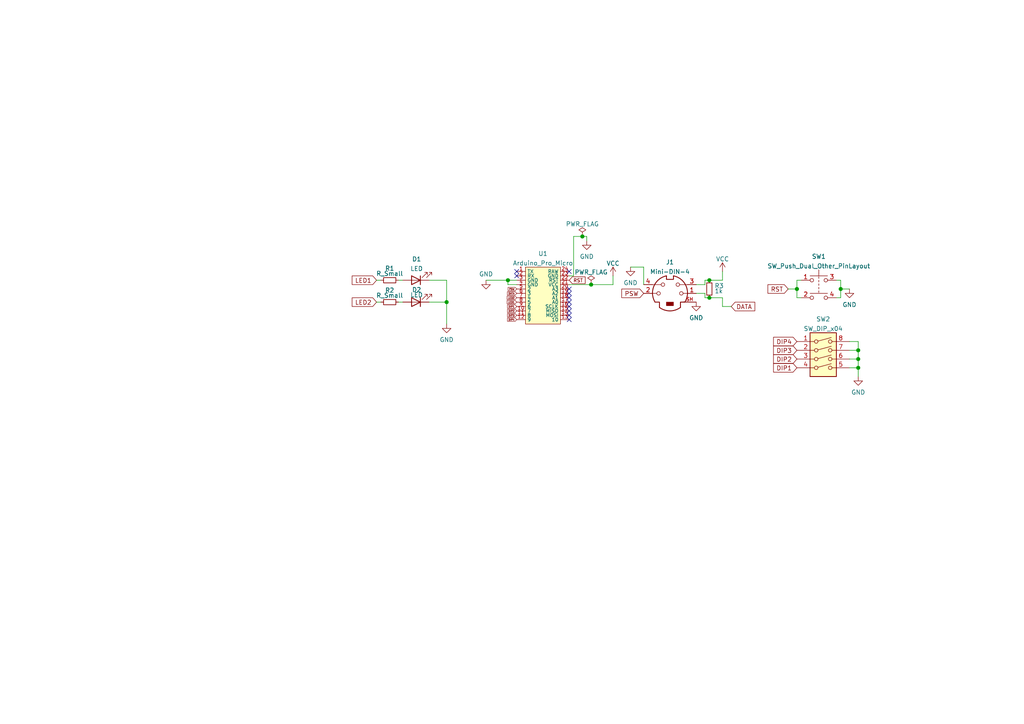
<source format=kicad_sch>
(kicad_sch (version 20210621) (generator eeschema)
  (paper "A4")
  (lib_symbols
    (symbol "Device:LED" (pin_numbers hide) (pin_names (offset 1.016) hide)
      (property "Reference" "D" (at 0 2.54 0))
      (property "Value" "LED" (at 0 -2.54 0))
      (symbol "LED_0_1"
        (polyline (pts (xy -1.27 -1.27) (xy -1.27 1.27)) (stroke (width 0.254)))
        (polyline (pts (xy -1.27 0) (xy 1.27 0)))
        (polyline (pts (xy 1.27 -1.27) (xy 1.27 1.27) (xy -1.27 0) (xy 1.27 -1.27)) (stroke (width 0.254)))
        (polyline (pts (xy -3.048 -0.762) (xy -4.572 -2.286) (xy -3.81 -2.286) (xy -4.572 -2.286) (xy -4.572 -1.524)))
        (polyline (pts (xy -1.778 -0.762) (xy -3.302 -2.286) (xy -2.54 -2.286) (xy -3.302 -2.286) (xy -3.302 -1.524)))
      )
      (symbol "LED_1_1"
        (pin passive line (at -3.81 0 0) (length 2.54) (name "K") (number "1"))
        (pin passive line (at 3.81 0 180) (length 2.54) (name "A") (number "2"))
      )
    )
    (symbol "Device:R_Small" (pin_numbers hide) (pin_names (offset 0.254) hide)
      (property "Reference" "R" (at 0.762 0.508 0))
      (property "Value" "R_Small" (at 0.762 -1.016 0))
      (symbol "R_Small_0_1"
        (rectangle (start -0.762 1.778) (end 0.762 -1.778) (stroke (width 0.2032)))
      )
      (symbol "R_Small_1_1"
        (pin passive line (at 0 2.54 270) (length 0.762) (name "~") (number "1"))
        (pin passive line (at 0 -2.54 90) (length 0.762) (name "~") (number "2"))
      )
    )
    (symbol "Switch:SW_DIP_x04" (pin_names (offset 0) hide)
      (property "Reference" "SW" (at 0 8.89 0))
      (property "Value" "SW_DIP_x04" (at 0 -6.35 0))
      (symbol "SW_DIP_x04_0_0"
        (circle (center -2.032 -2.54) (radius 0.508))
        (circle (center -2.032 0) (radius 0.508))
        (circle (center -2.032 2.54) (radius 0.508))
        (circle (center -2.032 5.08) (radius 0.508))
        (circle (center 2.032 -2.54) (radius 0.508))
        (circle (center 2.032 0) (radius 0.508))
        (circle (center 2.032 2.54) (radius 0.508))
        (circle (center 2.032 5.08) (radius 0.508))
        (polyline (pts (xy -1.524 -2.3876) (xy 2.3622 -1.3462)))
        (polyline (pts (xy -1.524 0.127) (xy 2.3622 1.1684)))
        (polyline (pts (xy -1.524 2.667) (xy 2.3622 3.7084)))
        (polyline (pts (xy -1.524 5.207) (xy 2.3622 6.2484)))
      )
      (symbol "SW_DIP_x04_0_1"
        (rectangle (start -3.81 7.62) (end 3.81 -5.08) (stroke (width 0.254)) (fill (type background)))
      )
      (symbol "SW_DIP_x04_1_1"
        (pin passive line (at -7.62 5.08 0) (length 5.08) (name "~") (number "1"))
        (pin passive line (at -7.62 2.54 0) (length 5.08) (name "~") (number "2"))
        (pin passive line (at -7.62 0 0) (length 5.08) (name "~") (number "3"))
        (pin passive line (at -7.62 -2.54 0) (length 5.08) (name "~") (number "4"))
        (pin passive line (at 7.62 -2.54 180) (length 5.08) (name "~") (number "5"))
        (pin passive line (at 7.62 0 180) (length 5.08) (name "~") (number "6"))
        (pin passive line (at 7.62 2.54 180) (length 5.08) (name "~") (number "7"))
        (pin passive line (at 7.62 5.08 180) (length 5.08) (name "~") (number "8"))
      )
    )
    (symbol "cnorthway:Arduino_Pro_Micro"
      (property "Reference" "U" (at 0 5.08 0))
      (property "Value" "Arduino_Pro_Micro" (at 0 2.54 0))
      (symbol "Arduino_Pro_Micro_0_0"
        (text "" (at 8.89 -5.08 0) (effects (font (size 1.27 1.27))))
      )
      (symbol "Arduino_Pro_Micro_0_1"
        (rectangle (start -5.08 0) (end 5.08 -16.51) (stroke (width 0.1524)) (fill (type background)))
        (pin bidirectional line (at 7.62 -15.24 180) (length 2.54) (name "10") (number "13"))
      )
      (symbol "Arduino_Pro_Micro_1_1"
        (pin bidirectional line (at -7.62 -1.27 0) (length 2.54) (name "TX") (number "1"))
        (pin bidirectional line (at -7.62 -12.7 0) (length 2.54) (name "7") (number "10"))
        (pin bidirectional line (at -7.62 -13.97 0) (length 2.54) (name "8") (number "11"))
        (pin bidirectional line (at -7.62 -15.24 0) (length 2.54) (name "9") (number "12"))
        (pin bidirectional line (at 7.62 -13.97 180) (length 2.54) (name "MOSI") (number "14"))
        (pin bidirectional line (at 7.62 -12.7 180) (length 2.54) (name "MISO") (number "15"))
        (pin bidirectional line (at 7.62 -11.43 180) (length 2.54) (name "SCLK") (number "16"))
        (pin bidirectional line (at 7.62 -10.16 180) (length 2.54) (name "A0") (number "17"))
        (pin bidirectional line (at 7.62 -8.89 180) (length 2.54) (name "A1") (number "18"))
        (pin bidirectional line (at 7.62 -7.62 180) (length 2.54) (name "A2") (number "19"))
        (pin bidirectional line (at -7.62 -2.54 0) (length 2.54) (name "RX") (number "2"))
        (pin bidirectional line (at 7.62 -6.35 180) (length 2.54) (name "A3") (number "20"))
        (pin power_in line (at 7.62 -5.08 180) (length 2.54) (name "VCC") (number "21"))
        (pin input line (at 7.62 -3.81 180) (length 2.54) (name "RST") (number "22"))
        (pin power_in line (at 7.62 -2.54 180) (length 2.54) (name "GND") (number "23"))
        (pin power_in line (at 7.62 -1.27 180) (length 2.54) (name "RAW") (number "24"))
        (pin power_in line (at -7.62 -3.81 0) (length 2.54) (name "GND") (number "3"))
        (pin power_in line (at -7.62 -5.08 0) (length 2.54) (name "GND") (number "4"))
        (pin bidirectional line (at -7.62 -6.35 0) (length 2.54) (name "2") (number "5"))
        (pin bidirectional line (at -7.62 -7.62 0) (length 2.54) (name "3") (number "6"))
        (pin bidirectional line (at -7.62 -8.89 0) (length 2.54) (name "4") (number "7"))
        (pin bidirectional line (at -7.62 -10.16 0) (length 2.54) (name "5") (number "8"))
        (pin bidirectional line (at -7.62 -11.43 0) (length 2.54) (name "6") (number "9"))
      )
    )
    (symbol "cnorthway:Mini-DIN-4_Shielded" (pin_names (offset 1.016))
      (property "Reference" "J" (at 0 6.35 0))
      (property "Value" "Mini-DIN-4_Shielded" (at 0 -6.35 0))
      (symbol "Mini-DIN-4_Shielded_0_1"
        (arc (start -3.048 -4.064) (end 3.048 -4.064) (radius (at 0 0) (length 5.08) (angles -126.9 -53.1)) (stroke (width 0.254)))
        (arc (start -1.016 5.08) (end -4.318 -2.54) (radius (at 0.0508 0.1016) (length 5.08) (angles 102.1 -148.8)) (stroke (width 0.254)))
        (arc (start 4.318 -2.54) (end 1.016 5.08) (radius (at 0.0508 0.127) (length 5.0292) (angles -32 79)) (stroke (width 0.254)))
        (circle (center -3.302 0) (radius 0.508))
        (circle (center -2.032 2.54) (radius 0.508))
        (circle (center 2.286 2.54) (radius 0.508))
        (circle (center 3.302 0) (radius 0.508))
        (rectangle (start -1.016 -2.54) (end 1.016 -3.556) (fill (type outline)))
        (polyline (pts (xy -3.81 0) (xy -5.08 0)))
        (polyline (pts (xy -2.54 2.54) (xy -5.08 2.54)))
        (polyline (pts (xy 2.794 2.54) (xy 5.08 2.54)))
        (polyline (pts (xy 5.08 0) (xy 3.81 0)))
        (polyline (pts (xy -4.318 -2.54) (xy -3.048 -2.54) (xy -3.048 -4.064)) (stroke (width 0.254)))
        (polyline (pts (xy 4.318 -2.54) (xy 3.048 -2.54) (xy 3.048 -4.064)) (stroke (width 0.254)))
        (polyline (pts (xy -1.016 5.08) (xy -1.016 4.064) (xy 1.016 4.064) (xy 1.016 5.08)) (stroke (width 0.254)))
        (pin passive line (at 7.62 -2.54 180) (length 3.81) (name "") (number "SH"))
      )
      (symbol "Mini-DIN-4_Shielded_1_1"
        (pin passive line (at 7.62 0 180) (length 2.54) (name "~") (number "1"))
        (pin passive line (at -7.62 0 0) (length 2.54) (name "~") (number "2"))
        (pin passive line (at 7.62 2.54 180) (length 2.54) (name "~") (number "3"))
        (pin passive line (at -7.62 2.54 0) (length 2.54) (name "~") (number "4"))
      )
    )
    (symbol "cnorthway:SW_Push_Dual_Other_PinLayout" (pin_names (offset 1.016) hide)
      (property "Reference" "SW" (at 1.27 2.54 0))
      (property "Value" "SW_Push_Dual_Other_PinLayout" (at 0 -6.858 0))
      (symbol "SW_Push_Dual_Other_PinLayout_0_1"
        (circle (center -2.032 -5.08) (radius 0.508))
        (circle (center -2.032 0) (radius 0.508))
        (circle (center 2.032 -5.08) (radius 0.508))
        (circle (center 2.032 0) (radius 0.508))
        (polyline (pts (xy 0 -3.048) (xy 0 -3.556)))
        (polyline (pts (xy 0 -2.032) (xy 0 -2.54)))
        (polyline (pts (xy 0 -1.524) (xy 0 -1.016)))
        (polyline (pts (xy 0 -0.508) (xy 0 0)))
        (polyline (pts (xy 0 0.508) (xy 0 1.016)))
        (polyline (pts (xy 0 1.27) (xy 0 3.048)))
        (polyline (pts (xy 2.54 -3.81) (xy -2.54 -3.81)))
        (polyline (pts (xy 2.54 1.27) (xy -2.54 1.27)))
        (pin passive line (at -5.08 0 0) (length 2.54) (name "1") (number "1"))
        (pin passive line (at -5.08 -5.08 0) (length 2.54) (name "2") (number "2"))
        (pin passive line (at 5.08 0 180) (length 2.54) (name "3") (number "3"))
        (pin passive line (at 5.08 -5.08 180) (length 2.54) (name "4") (number "4"))
      )
    )
    (symbol "power:GND" (power) (pin_names (offset 0))
      (property "Value" "GND" (at 0 -3.81 0))
      (symbol "GND_0_1"
        (polyline (pts (xy 0 0) (xy 0 -1.27) (xy 1.27 -1.27) (xy 0 -2.54) (xy -1.27 -1.27) (xy 0 -1.27)))
      )
      (symbol "GND_1_1"
        (pin power_in line (at 0 0 270) (length 0) hide (name "GND") (number "1"))
      )
    )
    (symbol "power:PWR_FLAG" (power) (pin_numbers hide) (pin_names (offset 0) hide)
      (property "Value" "PWR_FLAG" (at 0 3.81 0))
      (symbol "PWR_FLAG_0_0"
        (pin power_out line (at 0 0 90) (length 0) (name "pwr") (number "1"))
      )
      (symbol "PWR_FLAG_0_1"
        (polyline (pts (xy 0 0) (xy 0 1.27) (xy -1.016 1.905) (xy 0 2.54) (xy 1.016 1.905) (xy 0 1.27)))
      )
    )
    (symbol "power:VCC" (power) (pin_names (offset 0))
      (property "Value" "VCC" (at 0 3.81 0))
      (symbol "VCC_0_1"
        (polyline (pts (xy -0.762 1.27) (xy 0 2.54)))
        (polyline (pts (xy 0 0) (xy 0 2.54)))
        (polyline (pts (xy 0 2.54) (xy 0.762 1.27)))
      )
      (symbol "VCC_1_1"
        (pin power_in line (at 0 0 90) (length 0) hide (name "VCC") (number "1"))
      )
    )
  )
  (junction (at 129.54 87.63) (diameter 1.016))
  (junction (at 147.32 81.28) (diameter 1.016))
  (junction (at 168.91 68.58) (diameter 1.016))
  (junction (at 171.45 82.55) (diameter 1.016))
  (junction (at 205.74 81.28) (diameter 1.016))
  (junction (at 205.74 86.36) (diameter 1.016))
  (junction (at 231.14 83.82) (diameter 1.016))
  (junction (at 243.84 83.82) (diameter 1.016))
  (junction (at 248.92 101.6) (diameter 1.016))
  (junction (at 248.92 104.14) (diameter 1.016))
  (junction (at 248.92 106.68) (diameter 1.016))
  (no_connect (at 149.86 78.74))
  (no_connect (at 149.86 80.01))
  (no_connect (at 165.1 78.74))
  (no_connect (at 165.1 83.82))
  (no_connect (at 165.1 85.09))
  (no_connect (at 165.1 86.36))
  (no_connect (at 165.1 87.63))
  (no_connect (at 165.1 88.9))
  (no_connect (at 165.1 90.17))
  (no_connect (at 165.1 91.44))
  (no_connect (at 165.1 92.71))
  (wire (pts (xy 109.22 81.28) (xy 110.49 81.28)))
  (wire (pts (xy 109.22 87.63) (xy 110.49 87.63)))
  (wire (pts (xy 115.57 81.28) (xy 116.84 81.28)))
  (wire (pts (xy 115.57 87.63) (xy 116.84 87.63)))
  (wire (pts (xy 124.46 81.28) (xy 129.54 81.28)))
  (wire (pts (xy 124.46 87.63) (xy 129.54 87.63)))
  (wire (pts (xy 129.54 81.28) (xy 129.54 87.63)))
  (wire (pts (xy 129.54 87.63) (xy 129.54 93.98)))
  (wire (pts (xy 140.97 81.28) (xy 147.32 81.28)))
  (wire (pts (xy 147.32 81.28) (xy 149.86 81.28)))
  (wire (pts (xy 147.32 82.55) (xy 147.32 81.28)))
  (wire (pts (xy 149.86 82.55) (xy 147.32 82.55)))
  (wire (pts (xy 165.1 80.01) (xy 166.37 80.01)))
  (wire (pts (xy 165.1 82.55) (xy 171.45 82.55)))
  (wire (pts (xy 166.37 68.58) (xy 168.91 68.58)))
  (wire (pts (xy 166.37 80.01) (xy 166.37 68.58)))
  (wire (pts (xy 168.91 68.58) (xy 170.18 68.58)))
  (wire (pts (xy 170.18 68.58) (xy 170.18 69.85)))
  (wire (pts (xy 171.45 82.55) (xy 177.8 82.55)))
  (wire (pts (xy 177.8 82.55) (xy 177.8 80.01)))
  (wire (pts (xy 186.69 77.47) (xy 182.88 77.47)))
  (wire (pts (xy 186.69 82.55) (xy 186.69 77.47)))
  (wire (pts (xy 201.93 85.09) (xy 204.47 85.09)))
  (wire (pts (xy 204.47 81.28) (xy 204.47 82.55)))
  (wire (pts (xy 204.47 81.28) (xy 205.74 81.28)))
  (wire (pts (xy 204.47 82.55) (xy 201.93 82.55)))
  (wire (pts (xy 204.47 85.09) (xy 204.47 86.36)))
  (wire (pts (xy 204.47 86.36) (xy 205.74 86.36)))
  (wire (pts (xy 205.74 81.28) (xy 209.55 81.28)))
  (wire (pts (xy 205.74 86.36) (xy 209.55 86.36)))
  (wire (pts (xy 209.55 78.74) (xy 209.55 81.28)))
  (wire (pts (xy 209.55 88.9) (xy 209.55 86.36)))
  (wire (pts (xy 212.09 88.9) (xy 209.55 88.9)))
  (wire (pts (xy 228.6 83.82) (xy 231.14 83.82)))
  (wire (pts (xy 231.14 81.28) (xy 231.14 83.82)))
  (wire (pts (xy 231.14 81.28) (xy 232.41 81.28)))
  (wire (pts (xy 231.14 83.82) (xy 231.14 86.36)))
  (wire (pts (xy 231.14 86.36) (xy 232.41 86.36)))
  (wire (pts (xy 242.57 81.28) (xy 243.84 81.28)))
  (wire (pts (xy 242.57 86.36) (xy 243.84 86.36)))
  (wire (pts (xy 243.84 81.28) (xy 243.84 83.82)))
  (wire (pts (xy 243.84 83.82) (xy 243.84 86.36)))
  (wire (pts (xy 243.84 83.82) (xy 246.38 83.82)))
  (wire (pts (xy 246.38 99.06) (xy 248.92 99.06)))
  (wire (pts (xy 246.38 101.6) (xy 248.92 101.6)))
  (wire (pts (xy 246.38 104.14) (xy 248.92 104.14)))
  (wire (pts (xy 246.38 106.68) (xy 248.92 106.68)))
  (wire (pts (xy 248.92 99.06) (xy 248.92 101.6)))
  (wire (pts (xy 248.92 101.6) (xy 248.92 104.14)))
  (wire (pts (xy 248.92 104.14) (xy 248.92 106.68)))
  (wire (pts (xy 248.92 106.68) (xy 248.92 109.22)))
  (global_label "LED1" (shape input) (at 109.22 81.28 180) (property "Intersheet References" "${INTERSHEET_REFS}" (effects hide)))
  (global_label "LED2" (shape input) (at 109.22 87.63 180) (property "Intersheet References" "${INTERSHEET_REFS}" (effects hide)))
  (global_label "PSW" (shape input) (at 149.86 83.82 180) (effects (font (size 0.5 0.5))) (property "Intersheet References" "${INTERSHEET_REFS}" (effects hide)))
  (global_label "DATA" (shape input) (at 149.86 85.09 180) (effects (font (size 0.5 0.5))) (property "Intersheet References" "${INTERSHEET_REFS}" (effects hide)))
  (global_label "LED2" (shape input) (at 149.86 86.36 180) (effects (font (size 0.5 0.5))) (property "Intersheet References" "${INTERSHEET_REFS}" (effects hide)))
  (global_label "LED1" (shape input) (at 149.86 87.63 180) (effects (font (size 0.5 0.5))) (property "Intersheet References" "${INTERSHEET_REFS}" (effects hide)))
  (global_label "DIP1" (shape input) (at 149.86 88.9 180) (effects (font (size 0.5 0.5))) (property "Intersheet References" "${INTERSHEET_REFS}" (effects hide)))
  (global_label "DIP2" (shape input) (at 149.86 90.17 180) (effects (font (size 0.5 0.5))) (property "Intersheet References" "${INTERSHEET_REFS}" (effects hide)))
  (global_label "DIP3" (shape input) (at 149.86 91.44 180) (effects (font (size 0.5 0.5))) (property "Intersheet References" "${INTERSHEET_REFS}" (effects hide)))
  (global_label "DIP4" (shape input) (at 149.86 92.71 180) (effects (font (size 0.5 0.5))) (property "Intersheet References" "${INTERSHEET_REFS}" (effects hide)))
  (global_label "RST" (shape input) (at 165.1 81.28 0) (effects (font (size 1 1))) (property "Intersheet References" "${INTERSHEET_REFS}" (effects hide)))
  (global_label "PSW" (shape input) (at 186.69 85.09 180) (property "Intersheet References" "${INTERSHEET_REFS}" (effects hide)))
  (global_label "DATA" (shape input) (at 212.09 88.9 0) (property "Intersheet References" "${INTERSHEET_REFS}" (effects hide)))
  (global_label "RST" (shape input) (at 228.6 83.82 180) (property "Intersheet References" "${INTERSHEET_REFS}" (effects hide)))
  (global_label "DIP4" (shape input) (at 231.14 99.06 180) (property "Intersheet References" "${INTERSHEET_REFS}" (effects hide)))
  (global_label "DIP3" (shape input) (at 231.14 101.6 180) (property "Intersheet References" "${INTERSHEET_REFS}" (effects hide)))
  (global_label "DIP2" (shape input) (at 231.14 104.14 180) (property "Intersheet References" "${INTERSHEET_REFS}" (effects hide)))
  (global_label "DIP1" (shape input) (at 231.14 106.68 180) (property "Intersheet References" "${INTERSHEET_REFS}" (effects hide)))
  (symbol (lib_id "power:VCC") (at 177.8 80.01 0) (unit 1)
    (property "Reference" "#PWR04" (effects hide))
    (property "Value" "VCC" (at 177.8 76.4054 0))
  )
  (symbol (lib_id "power:VCC") (at 209.55 78.74 0) (unit 1)
    (property "Reference" "#PWR07" (effects hide))
    (property "Value" "VCC" (at 209.55 75.1354 0))
  )
  (symbol (lib_id "power:PWR_FLAG") (at 168.91 68.58 0) (unit 1)
    (property "Reference" "#FLG01" (effects hide))
    (property "Value" "PWR_FLAG" (at 168.91 64.9754 0))
  )
  (symbol (lib_id "power:PWR_FLAG") (at 171.45 82.55 0) (unit 1)
    (property "Reference" "#FLG02" (effects hide))
    (property "Value" "PWR_FLAG" (at 171.45 78.9454 0))
  )
  (symbol (lib_id "power:GND") (at 129.54 93.98 0) (unit 1)
    (property "Reference" "#PWR01" (effects hide))
    (property "Value" "GND" (at 129.54 98.5426 0))
  )
  (symbol (lib_id "power:GND") (at 140.97 81.28 0) (unit 1)
    (property "Reference" "#PWR02" (effects hide))
    (property "Value" "GND" (at 140.97 79.4926 0))
  )
  (symbol (lib_id "power:GND") (at 170.18 69.85 0) (unit 1)
    (property "Reference" "#PWR03" (effects hide))
    (property "Value" "GND" (at 170.18 74.4126 0))
  )
  (symbol (lib_id "power:GND") (at 182.88 77.47 0) (unit 1)
    (property "Reference" "#PWR05" (effects hide))
    (property "Value" "GND" (at 182.88 82.0326 0))
  )
  (symbol (lib_id "power:GND") (at 201.93 87.63 0) (unit 1)
    (property "Reference" "#PWR06" (effects hide))
    (property "Value" "GND" (at 201.93 92.1926 0))
  )
  (symbol (lib_id "power:GND") (at 246.38 83.82 0) (unit 1)
    (property "Reference" "#PWR08" (effects hide))
    (property "Value" "GND" (at 246.38 88.3826 0))
  )
  (symbol (lib_id "power:GND") (at 248.92 109.22 0) (unit 1)
    (property "Reference" "#PWR09" (effects hide))
    (property "Value" "GND" (at 248.92 113.7826 0))
  )
  (symbol (lib_id "Device:R_Small") (at 113.03 81.28 90) (unit 1)
    (property "Reference" "R1" (at 113.03 77.8468 90))
    (property "Value" "R_Small" (at 113.03 79.3519 90))
    (property "Footprint" "Resistor_THT:R_Axial_DIN0207_L6.3mm_D2.5mm_P10.16mm_Horizontal" (effects hide))
  )
  (symbol (lib_id "Device:R_Small") (at 113.03 87.63 90) (unit 1)
    (property "Reference" "R2" (at 113.03 84.1968 90))
    (property "Value" "R_Small" (at 113.03 85.7019 90))
    (property "Footprint" "Resistor_THT:R_Axial_DIN0207_L6.3mm_D2.5mm_P10.16mm_Horizontal" (effects hide))
  )
  (symbol (lib_id "Device:R_Small") (at 205.74 83.82 0) (unit 1)
    (property "Reference" "R3" (at 207.2387 82.9115 0) (effects (justify left)))
    (property "Value" "1k" (at 207.2387 84.4166 0) (effects (justify left)))
    (property "Footprint" "Resistor_THT:R_Axial_DIN0207_L6.3mm_D2.5mm_P10.16mm_Horizontal" (effects hide))
  )
  (symbol (lib_id "Device:LED") (at 120.65 81.28 180) (unit 1)
    (property "Reference" "D1" (at 120.8405 75.1544 0))
    (property "Value" "LED" (at 120.8405 77.9295 0))
    (property "Footprint" "LED_THT:LED_D3.0mm" (effects hide))
  )
  (symbol (lib_id "Device:LED") (at 120.65 87.63 180) (unit 1)
    (property "Reference" "D2" (at 120.8405 84.0444 0))
    (property "Value" "LED" (at 120.8405 85.5495 0))
    (property "Footprint" "LED_THT:LED_D3.0mm" (effects hide))
  )
  (symbol (lib_id "cnorthway:SW_Push_Dual_Other_PinLayout") (at 237.49 81.28 0) (unit 1)
    (property "Reference" "SW1" (at 237.49 74.3924 0))
    (property "Value" "SW_Push_Dual_Other_PinLayout" (at 237.49 77.1675 0))
    (property "Footprint" "Button_Switch_THT:SW_TH_Tactile_Omron_B3F-10xx" (effects hide))
  )
  (symbol (lib_id "cnorthway:Mini-DIN-4_Shielded") (at 194.31 85.09 0) (unit 1)
    (property "Reference" "J1" (at 194.31 76.0434 0))
    (property "Value" "Mini-DIN-4" (at 194.31 78.8185 0))
    (property "Footprint" "cnorthway:Mini-DIN-4_KMDGX-4S-BS" (effects hide))
    (property "Datasheet" "http://service.powerdynamics.com/ec/Catalog17/Section%2011.pdf" (effects hide))
  )
  (symbol (lib_id "Switch:SW_DIP_x04") (at 238.76 104.14 0) (unit 1)
    (property "Reference" "SW2" (at 238.76 92.5534 0))
    (property "Value" "SW_DIP_x04" (at 238.76 95.3285 0))
    (property "Footprint" "cnorthway:218-4LPST" (effects hide))
  )
  (symbol (lib_id "cnorthway:Arduino_Pro_Micro") (at 157.48 77.47 0) (unit 1)
    (property "Reference" "U1" (at 157.48 73.5542 0))
    (property "Value" "Arduino_Pro_Micro" (at 157.48 76.3293 0))
    (property "Footprint" "cnorthway:Arduino_Pro_Micro" (effects hide))
  )
)
</source>
